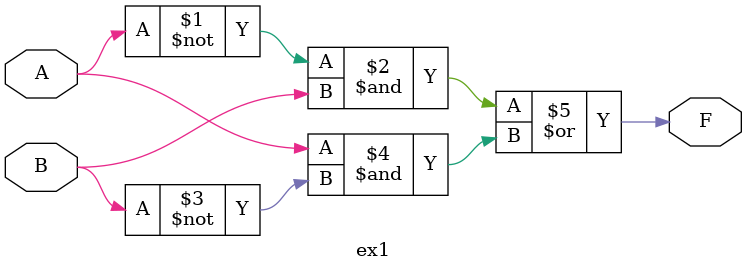
<source format=v>
`timescale 1ns / 1ps


module ex1(
    input A,
    input B,
    output F
    );
    assign F= ~A&B | A&~B;
endmodule

</source>
